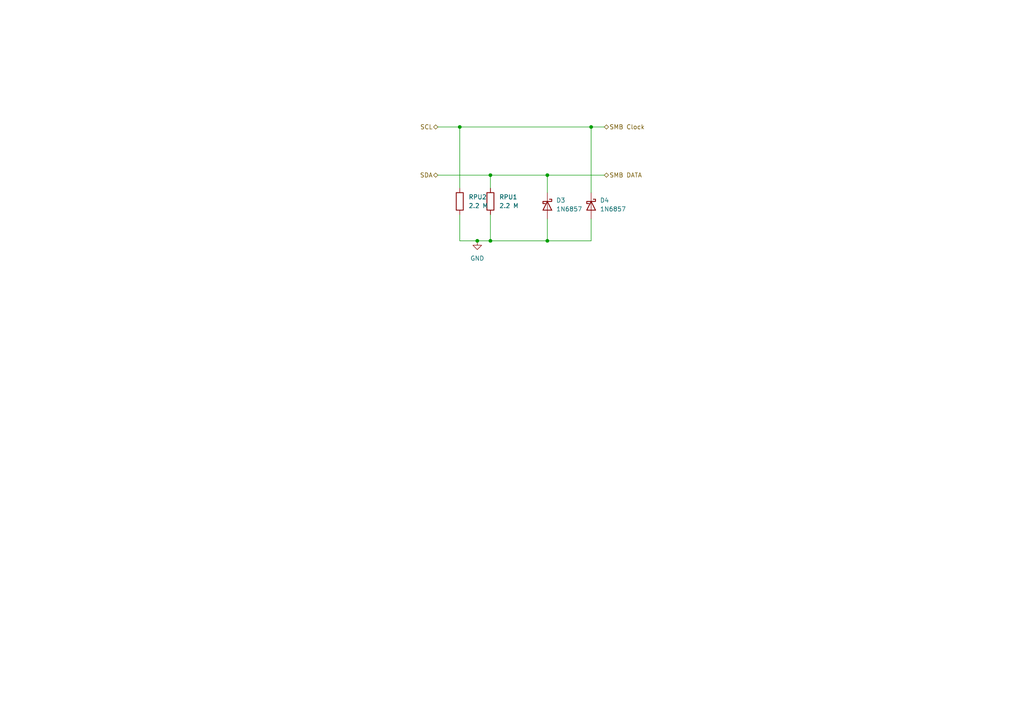
<source format=kicad_sch>
(kicad_sch (version 20231120) (generator "eeschema") (generator_version "8.0")
  (paper "A4")
  (lib_symbols
    (symbol "Device:R" (pin_numbers hide) (pin_names (offset 0))
      (property "Reference" "R" (at 2.032 0 90))
      (property "Value" "R" (at 0 0 90))
      (symbol "R_0_1"
        (rectangle (start -1.016 -2.54) (end 1.016 2.54) (stroke (width 0.254)))
      )
      (symbol "R_1_1"
        (pin passive line (at 0 3.81 270) (length 1.27) (name "~") (number "1"))
        (pin passive line (at 0 -3.81 90) (length 1.27) (name "~") (number "2"))
      )
    )
    (symbol "Diode:1N6857" (pin_numbers hide) (pin_names (offset 1.016) hide)
      (property "Reference" "D" (at 0 2.54 0))
      (property "Value" "1N6857" (at 0 -2.54 0))
      (symbol "1N6857_0_1"
        (polyline (pts (xy 1.27 0) (xy -1.27 0)))
        (polyline (pts (xy 1.27 1.27) (xy 1.27 -1.27) (xy -1.27 0) (xy 1.27 1.27)) (stroke (width 0.254)))
        (polyline (pts (xy -1.905 0.635) (xy -1.905 1.27) (xy -1.27 1.27) (xy -1.27 -1.27) (xy -0.635 -1.27) (xy -0.635 -0.635)) (stroke (width 0.254)))
      )
      (symbol "1N6857_1_1"
        (pin passive line (at -3.81 0 0) (length 2.54) (name "K") (number "1"))
        (pin passive line (at 3.81 0 180) (length 2.54) (name "A") (number "2"))
      )
    )
    (symbol "power:GND" (power) (pin_names (offset 0))
      (property "Value" "GND" (at 0 -3.81 0))
      (symbol "GND_0_1"
        (polyline (pts (xy 0 0) (xy 0 -1.27) (xy 1.27 -1.27) (xy 0 -2.54) (xy -1.27 -1.27) (xy 0 -1.27)))
      )
      (symbol "GND_1_1"
        (pin power_in line (at 0 0 270) (length 0) hide (name "GND") (number "1"))
      )
    )
  )
  (junction (at 142.24 69.85))
  (junction (at 171.45 36.83))
  (junction (at 158.75 50.8))
  (junction (at 142.24 50.8))
  (junction (at 158.75 69.85))
  (junction (at 133.35 36.83))
  (junction (at 138.43 69.85))
  (wire (pts (xy 133.35 36.83) (xy 171.45 36.83)))
  (wire (pts (xy 171.45 36.83) (xy 175.26 36.83)))
  (wire (pts (xy 133.35 62.23) (xy 133.35 69.85)))
  (wire (pts (xy 142.24 50.8) (xy 158.75 50.8)))
  (wire (pts (xy 142.24 69.85) (xy 158.75 69.85)))
  (wire (pts (xy 171.45 63.5) (xy 171.45 69.85)))
  (wire (pts (xy 142.24 62.23) (xy 142.24 69.85)))
  (wire (pts (xy 142.24 69.85) (xy 138.43 69.85)))
  (wire (pts (xy 142.24 50.8) (xy 142.24 54.61)))
  (wire (pts (xy 133.35 69.85) (xy 138.43 69.85)))
  (wire (pts (xy 133.35 36.83) (xy 133.35 54.61)))
  (wire (pts (xy 171.45 55.88) (xy 171.45 36.83)))
  (wire (pts (xy 158.75 63.5) (xy 158.75 69.85)))
  (wire (pts (xy 158.75 50.8) (xy 158.75 55.88)))
  (wire (pts (xy 127 36.83) (xy 133.35 36.83)))
  (wire (pts (xy 127 50.8) (xy 142.24 50.8)))
  (wire (pts (xy 158.75 69.85) (xy 171.45 69.85)))
  (wire (pts (xy 158.75 50.8) (xy 175.26 50.8)))
  (hierarchical_label "SCL" (shape bidirectional) (at 127 36.83 180))
  (hierarchical_label "SDA" (shape bidirectional) (at 127 50.8 180))
  (hierarchical_label "SMB Clock" (shape bidirectional) (at 175.26 36.83 0))
  (hierarchical_label "SMB DATA" (shape bidirectional) (at 175.26 50.8 0))
  (symbol (lib_id "Device:R") (at 142.24 58.42 0) (unit 1)
    (property "Reference" "RPU1" (at 144.78 57.1499 0) (effects (justify left)))
    (property "Value" "2.2 M" (at 144.78 59.6899 0) (effects (justify left)))
    (property "Description" "Resistor" (effects (hide yes)))
  )
  (symbol (lib_id "Diode:1N6857") (at 171.45 59.69 270) (unit 1)
    (property "Reference" "D4" (at 173.99 58.1024 90) (effects (justify left)))
    (property "Value" "1N6857" (at 173.99 60.6424 90) (effects (justify left)))
    (property "Footprint" "Diode_THT:D_DO-35_SOD27_P7.62mm_Horizontal" (effects (hide yes)))
    (property "Datasheet" "https://www.microsemi.com/document-portal/doc_download/8865-lds-0040-datasheet" (effects (hide yes)))
    (property "Description" "20V 150mA Schottky diode, DO-35" (effects (hide yes)))
  )
  (symbol (lib_id "power:GND") (at 138.43 69.85 0) (unit 1)
    (property "Reference" "#PWR05" (effects (hide yes)))
    (property "Value" "GND" (at 138.43 74.93 0))
    (property "Description" "Power symbol creates a global label with name \"GND\" , ground" (effects (hide yes)))
  )
  (symbol (lib_id "Diode:1N6857") (at 158.75 59.69 270) (unit 1)
    (property "Reference" "D3" (at 161.29 58.1024 90) (effects (justify left)))
    (property "Value" "1N6857" (at 161.29 60.6424 90) (effects (justify left)))
    (property "Footprint" "Diode_THT:D_DO-35_SOD27_P7.62mm_Horizontal" (effects (hide yes)))
    (property "Datasheet" "https://www.microsemi.com/document-portal/doc_download/8865-lds-0040-datasheet" (effects (hide yes)))
    (property "Description" "20V 150mA Schottky diode, DO-35" (effects (hide yes)))
  )
  (symbol (lib_id "Device:R") (at 133.35 58.42 0) (unit 1)
    (property "Reference" "RPU2" (at 135.89 57.1499 0) (effects (justify left)))
    (property "Value" "2.2 M" (at 135.89 59.6899 0) (effects (justify left)))
    (property "Description" "Resistor" (effects (hide yes)))
  )
)
</source>
